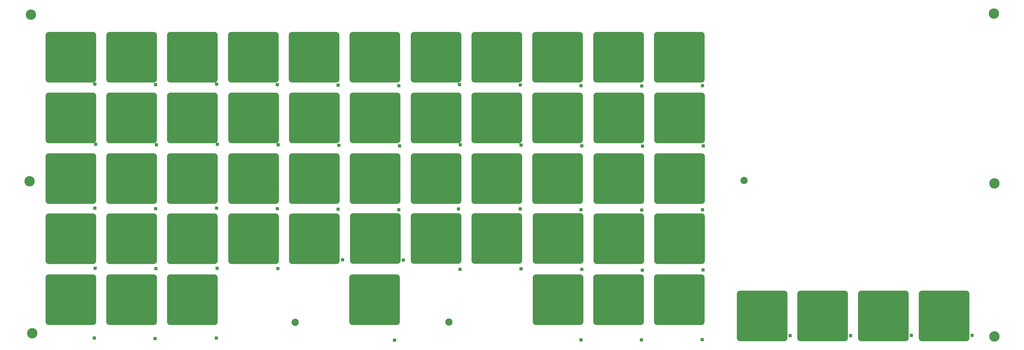
<source format=gbr>
G04 #@! TF.GenerationSoftware,KiCad,Pcbnew,(6.0.7)*
G04 #@! TF.CreationDate,2022-12-01T23:22:57-08:00*
G04 #@! TF.ProjectId,openot rev2,6f70656e-6f74-4207-9265-76322e6b6963,rev?*
G04 #@! TF.SameCoordinates,Original*
G04 #@! TF.FileFunction,Soldermask,Top*
G04 #@! TF.FilePolarity,Negative*
%FSLAX46Y46*%
G04 Gerber Fmt 4.6, Leading zero omitted, Abs format (unit mm)*
G04 Created by KiCad (PCBNEW (6.0.7)) date 2022-12-01 23:22:57*
%MOMM*%
%LPD*%
G01*
G04 APERTURE LIST*
G04 Aperture macros list*
%AMRoundRect*
0 Rectangle with rounded corners*
0 $1 Rounding radius*
0 $2 $3 $4 $5 $6 $7 $8 $9 X,Y pos of 4 corners*
0 Add a 4 corners polygon primitive as box body*
4,1,4,$2,$3,$4,$5,$6,$7,$8,$9,$2,$3,0*
0 Add four circle primitives for the rounded corners*
1,1,$1+$1,$2,$3*
1,1,$1+$1,$4,$5*
1,1,$1+$1,$6,$7*
1,1,$1+$1,$8,$9*
0 Add four rect primitives between the rounded corners*
20,1,$1+$1,$2,$3,$4,$5,0*
20,1,$1+$1,$4,$5,$6,$7,0*
20,1,$1+$1,$6,$7,$8,$9,0*
20,1,$1+$1,$8,$9,$2,$3,0*%
G04 Aperture macros list end*
%ADD10RoundRect,1.059000X6.992000X6.992000X-6.992000X6.992000X-6.992000X-6.992000X6.992000X-6.992000X0*%
%ADD11RoundRect,0.051000X0.425000X-0.425000X0.425000X0.425000X-0.425000X0.425000X-0.425000X-0.425000X0*%
%ADD12C,3.302000*%
%ADD13C,2.302000*%
G04 APERTURE END LIST*
D10*
X155053800Y-133693600D03*
X116288533Y-95022285D03*
X116268000Y-172200000D03*
X232396800Y-133693600D03*
X232574600Y-172200000D03*
X193793667Y-152756115D03*
X77710800Y-114389600D03*
X174357800Y-114389600D03*
X174180000Y-172200000D03*
X271081000Y-172200000D03*
X77680533Y-95022285D03*
X135749800Y-114389600D03*
X96964000Y-172200000D03*
X97014800Y-133693600D03*
X116318800Y-152794400D03*
X77710800Y-152794400D03*
X251827800Y-152794400D03*
X97014800Y-152794400D03*
X174489667Y-152756115D03*
X355205801Y-177330801D03*
X193758533Y-95022285D03*
X155023533Y-95022285D03*
X232396800Y-114389600D03*
X193788800Y-114389600D03*
X193788800Y-133693600D03*
X135719533Y-95022285D03*
X135749800Y-152794400D03*
X251827800Y-114389600D03*
X116318800Y-114389600D03*
X271131800Y-114389600D03*
X271101533Y-95022285D03*
X232366533Y-95022285D03*
X232528667Y-152756115D03*
X271131800Y-152794400D03*
X116318800Y-133693600D03*
X155053800Y-114389600D03*
X174327533Y-95022285D03*
X335901801Y-177330801D03*
X135749800Y-133693600D03*
X316597800Y-177330801D03*
X213097667Y-152756115D03*
X213062533Y-95022285D03*
X251777000Y-172200000D03*
X96984533Y-95022285D03*
X77660000Y-172200000D03*
X297370000Y-177330800D03*
X251827800Y-133693600D03*
X174357800Y-133693600D03*
X97014800Y-114389600D03*
X271131800Y-133693600D03*
X213092800Y-114389600D03*
X155053800Y-152794400D03*
X77710800Y-133693600D03*
X251797533Y-95022285D03*
X213092800Y-133693600D03*
D11*
X183400000Y-159572183D03*
X85437267Y-162190298D03*
X239869267Y-143561315D03*
X162623000Y-103964817D03*
X85564267Y-122769498D03*
X239813600Y-184990817D03*
X181957267Y-143561315D03*
X278604267Y-162698298D03*
X143349267Y-143216498D03*
X104868267Y-122896498D03*
X164020000Y-159500000D03*
X201393134Y-162496830D03*
X85310267Y-143089498D03*
X123888000Y-184392000D03*
X220535000Y-103874000D03*
X364095800Y-183539182D03*
X220819267Y-123023498D03*
X104457000Y-184519000D03*
X162653267Y-143434315D03*
X85153000Y-184392000D03*
X344791800Y-183539182D03*
X306260000Y-183630000D03*
X278447000Y-104128000D03*
X278731267Y-123277498D03*
X220565267Y-143343498D03*
X124172267Y-162190298D03*
X124015000Y-103620000D03*
X240123267Y-123241315D03*
X325487801Y-183629999D03*
X143603267Y-122896498D03*
X259143000Y-104218817D03*
X143319000Y-103747000D03*
X239839000Y-104091817D03*
X104614267Y-143216498D03*
X259300267Y-162789115D03*
X104584000Y-103747000D03*
X201231000Y-103747000D03*
X182211267Y-123241315D03*
X278477267Y-143597498D03*
X201515267Y-122896498D03*
X240128134Y-162496830D03*
X124045267Y-143089498D03*
X143476267Y-162317298D03*
X124299267Y-122769498D03*
X181927000Y-104091817D03*
X278320000Y-184900000D03*
X220824134Y-162369830D03*
X200900000Y-143322183D03*
X259016000Y-184990817D03*
X259427267Y-123368315D03*
X104741267Y-162317298D03*
X162907267Y-123114315D03*
X259173267Y-143688315D03*
X180580800Y-185029102D03*
X85280000Y-103620000D03*
D12*
X371053483Y-81170234D03*
D13*
X197857667Y-179339132D03*
D12*
X371256683Y-135221434D03*
X64577083Y-134510234D03*
X65034283Y-81475034D03*
D13*
X291650000Y-134250000D03*
D12*
X65389883Y-182871834D03*
D13*
X149013467Y-179364532D03*
D12*
X371205883Y-183887834D03*
G36*
X220594753Y-122309729D02*
G01*
X220594054Y-122311385D01*
X220542646Y-122355158D01*
X220522561Y-122421437D01*
X220541499Y-122488057D01*
X220593501Y-122533910D01*
X220645900Y-122545546D01*
X220647374Y-122546897D01*
X220646940Y-122548850D01*
X220645466Y-122549498D01*
X220394466Y-122549498D01*
X220375529Y-122553265D01*
X220359647Y-122563878D01*
X220350794Y-122577126D01*
X220349000Y-122578011D01*
X220347337Y-122576900D01*
X220347139Y-122576193D01*
X220341241Y-122510287D01*
X220298753Y-122455593D01*
X220233219Y-122432474D01*
X220217902Y-122432619D01*
X220212670Y-122432999D01*
X220210870Y-122432127D01*
X220210725Y-122430132D01*
X220212130Y-122429043D01*
X220393837Y-122392404D01*
X220584279Y-122313130D01*
X220591644Y-122308200D01*
X220593640Y-122308068D01*
X220594753Y-122309729D01*
G37*
G36*
X201597124Y-122057195D02*
G01*
X201596856Y-122058822D01*
X201596852Y-122058828D01*
X201596603Y-122059132D01*
X201453053Y-122202934D01*
X201453272Y-122203153D01*
X201453791Y-122205085D01*
X201453411Y-122205830D01*
X201419142Y-122248012D01*
X201411466Y-122316846D01*
X201442222Y-122378899D01*
X201501790Y-122414561D01*
X201532766Y-122418514D01*
X201534358Y-122419725D01*
X201534105Y-122421709D01*
X201532513Y-122422498D01*
X201090466Y-122422498D01*
X201071529Y-122426265D01*
X201055647Y-122436878D01*
X201045034Y-122452760D01*
X201041267Y-122471697D01*
X201041267Y-122555915D01*
X201040267Y-122557647D01*
X201038267Y-122557647D01*
X201037348Y-122556478D01*
X201017671Y-122489463D01*
X200965298Y-122444082D01*
X200905985Y-122433413D01*
X200904457Y-122432123D01*
X200904811Y-122430154D01*
X200905944Y-122429484D01*
X201089837Y-122392404D01*
X201280279Y-122313130D01*
X201451707Y-122198370D01*
X201593778Y-122056299D01*
X201595710Y-122055781D01*
X201597124Y-122057195D01*
G37*
G36*
X104823124Y-122057195D02*
G01*
X104822856Y-122058822D01*
X104822852Y-122058828D01*
X104822603Y-122059132D01*
X104679052Y-122202935D01*
X104679270Y-122203153D01*
X104679789Y-122205084D01*
X104679409Y-122205829D01*
X104645137Y-122248026D01*
X104637469Y-122316859D01*
X104668231Y-122378910D01*
X104727803Y-122414566D01*
X104758758Y-122418514D01*
X104760350Y-122419725D01*
X104760097Y-122421709D01*
X104758505Y-122422498D01*
X104443466Y-122422498D01*
X104424529Y-122426265D01*
X104408647Y-122436878D01*
X104398034Y-122452760D01*
X104394267Y-122471697D01*
X104394267Y-122531616D01*
X104393267Y-122533348D01*
X104391267Y-122533348D01*
X104390348Y-122532179D01*
X104370671Y-122465164D01*
X104318328Y-122419809D01*
X104249525Y-122409917D01*
X104243261Y-122411119D01*
X104241372Y-122410464D01*
X104240994Y-122408499D01*
X104242489Y-122407194D01*
X104315837Y-122392404D01*
X104506279Y-122313130D01*
X104677707Y-122198370D01*
X104819778Y-122056299D01*
X104821710Y-122055781D01*
X104823124Y-122057195D01*
G37*
G36*
X143558124Y-122057195D02*
G01*
X143557856Y-122058822D01*
X143557852Y-122058828D01*
X143557603Y-122059132D01*
X143414052Y-122202935D01*
X143414270Y-122203153D01*
X143414789Y-122205084D01*
X143414409Y-122205829D01*
X143380137Y-122248026D01*
X143372469Y-122316859D01*
X143403231Y-122378910D01*
X143462803Y-122414566D01*
X143493758Y-122418514D01*
X143495350Y-122419725D01*
X143495097Y-122421709D01*
X143493505Y-122422498D01*
X143178466Y-122422498D01*
X143159529Y-122426265D01*
X143143647Y-122436878D01*
X143133034Y-122452760D01*
X143129267Y-122471697D01*
X143129267Y-122531616D01*
X143128267Y-122533348D01*
X143126267Y-122533348D01*
X143125348Y-122532179D01*
X143105671Y-122465164D01*
X143053328Y-122419809D01*
X142984525Y-122409917D01*
X142978261Y-122411119D01*
X142976372Y-122410464D01*
X142975994Y-122408499D01*
X142977489Y-122407194D01*
X143050837Y-122392404D01*
X143241279Y-122313130D01*
X143412707Y-122198370D01*
X143554778Y-122056299D01*
X143556710Y-122055781D01*
X143558124Y-122057195D01*
G37*
G36*
X124127126Y-122057193D02*
G01*
X124126858Y-122058820D01*
X124126854Y-122058826D01*
X124126605Y-122059130D01*
X124104375Y-122081399D01*
X124071093Y-122142478D01*
X124076096Y-122211556D01*
X124117648Y-122266963D01*
X124182809Y-122291200D01*
X124191265Y-122291499D01*
X124192960Y-122292560D01*
X124192890Y-122294559D01*
X124191194Y-122295498D01*
X123874466Y-122295498D01*
X123855529Y-122299265D01*
X123839647Y-122309878D01*
X123829034Y-122325760D01*
X123825267Y-122344697D01*
X123825267Y-122499796D01*
X123824267Y-122501528D01*
X123822267Y-122501528D01*
X123821348Y-122500359D01*
X123801671Y-122433344D01*
X123749328Y-122387989D01*
X123680619Y-122378110D01*
X123663672Y-122383007D01*
X123663299Y-122382915D01*
X123638781Y-122388824D01*
X123636862Y-122388258D01*
X123636394Y-122386314D01*
X123637543Y-122385034D01*
X123810279Y-122313130D01*
X123981707Y-122198370D01*
X124123780Y-122056297D01*
X124125712Y-122055779D01*
X124127126Y-122057193D01*
G37*
G36*
X85519124Y-122057195D02*
G01*
X85518856Y-122058822D01*
X85518852Y-122058828D01*
X85518603Y-122059132D01*
X85496377Y-122081397D01*
X85463094Y-122142475D01*
X85468095Y-122211553D01*
X85509647Y-122266961D01*
X85574807Y-122291199D01*
X85583293Y-122291499D01*
X85584988Y-122292560D01*
X85584918Y-122294558D01*
X85583222Y-122295498D01*
X85235201Y-122295498D01*
X85233469Y-122294498D01*
X85233469Y-122292498D01*
X85234088Y-122291836D01*
X85373707Y-122198370D01*
X85515778Y-122056299D01*
X85517710Y-122055781D01*
X85519124Y-122057195D01*
G37*
G36*
X104277018Y-103027834D02*
G01*
X104277414Y-103029795D01*
X104276515Y-103030891D01*
X104224100Y-103061048D01*
X104192272Y-103122558D01*
X104198751Y-103191513D01*
X104241465Y-103245996D01*
X104313537Y-103269095D01*
X104314882Y-103270576D01*
X104314271Y-103272481D01*
X104312927Y-103273000D01*
X104159199Y-103273000D01*
X104140262Y-103276767D01*
X104129267Y-103284114D01*
X104127271Y-103284245D01*
X104126160Y-103282582D01*
X104126493Y-103281340D01*
X104135709Y-103267548D01*
X104135389Y-103267334D01*
X104134505Y-103265540D01*
X104134966Y-103264389D01*
X104153090Y-103242700D01*
X104161717Y-103173982D01*
X104131823Y-103111508D01*
X104072791Y-103075048D01*
X104041440Y-103071977D01*
X104039814Y-103070813D01*
X104040009Y-103068823D01*
X104041534Y-103067990D01*
X104083297Y-103065875D01*
X104275123Y-103027196D01*
X104277018Y-103027834D01*
G37*
G36*
X143012018Y-103027834D02*
G01*
X143012414Y-103029795D01*
X143011515Y-103030891D01*
X142959100Y-103061048D01*
X142927272Y-103122558D01*
X142933751Y-103191513D01*
X142976465Y-103245996D01*
X143048537Y-103269095D01*
X143049882Y-103270576D01*
X143049271Y-103272481D01*
X143047927Y-103273000D01*
X142894199Y-103273000D01*
X142875262Y-103276767D01*
X142864267Y-103284114D01*
X142862271Y-103284245D01*
X142861160Y-103282582D01*
X142861493Y-103281340D01*
X142870709Y-103267548D01*
X142870389Y-103267334D01*
X142869505Y-103265540D01*
X142869966Y-103264389D01*
X142888090Y-103242700D01*
X142896717Y-103173982D01*
X142866823Y-103111508D01*
X142807791Y-103075048D01*
X142776440Y-103071977D01*
X142774814Y-103070813D01*
X142775009Y-103068823D01*
X142776534Y-103067990D01*
X142818297Y-103065875D01*
X143010123Y-103027196D01*
X143012018Y-103027834D01*
G37*
G36*
X201051019Y-103027834D02*
G01*
X201051415Y-103029795D01*
X201050516Y-103030891D01*
X200998100Y-103061048D01*
X200966272Y-103122559D01*
X200972752Y-103191513D01*
X201015467Y-103245996D01*
X201087538Y-103269095D01*
X201088883Y-103270576D01*
X201088272Y-103272481D01*
X201086928Y-103273000D01*
X200806199Y-103273000D01*
X200787262Y-103276767D01*
X200776267Y-103284114D01*
X200774271Y-103284245D01*
X200773160Y-103282582D01*
X200773493Y-103281340D01*
X200783169Y-103266858D01*
X200803955Y-103200476D01*
X200785631Y-103133686D01*
X200734058Y-103087360D01*
X200680621Y-103075235D01*
X200679154Y-103073877D01*
X200679596Y-103071927D01*
X200681064Y-103071285D01*
X200750491Y-103071285D01*
X200857297Y-103065875D01*
X201049124Y-103027196D01*
X201051019Y-103027834D01*
G37*
G36*
X85272089Y-102882430D02*
G01*
X85271227Y-102884210D01*
X85222834Y-102917532D01*
X85178979Y-102971521D01*
X85171308Y-103040355D01*
X85202067Y-103102407D01*
X85261637Y-103138065D01*
X85292606Y-103142016D01*
X85294198Y-103143227D01*
X85293945Y-103145211D01*
X85292353Y-103146000D01*
X84855199Y-103146000D01*
X84836262Y-103149767D01*
X84820380Y-103160380D01*
X84809767Y-103176262D01*
X84806000Y-103195199D01*
X84806000Y-103197814D01*
X84805000Y-103199546D01*
X84803000Y-103199546D01*
X84802081Y-103198377D01*
X84782404Y-103131362D01*
X84730031Y-103085981D01*
X84672178Y-103075572D01*
X84670650Y-103074281D01*
X84670532Y-103073604D01*
X84670532Y-103073285D01*
X84671532Y-103071553D01*
X84672433Y-103071311D01*
X84672432Y-103071288D01*
X84779297Y-103065875D01*
X84981570Y-103025089D01*
X85172012Y-102945815D01*
X85268980Y-102880901D01*
X85270976Y-102880768D01*
X85272089Y-102882430D01*
G37*
G36*
X123880122Y-102882409D02*
G01*
X123879260Y-102884189D01*
X123830834Y-102917533D01*
X123786979Y-102971523D01*
X123779308Y-103040357D01*
X123810068Y-103102408D01*
X123869638Y-103138066D01*
X123900598Y-103142016D01*
X123902190Y-103143227D01*
X123901937Y-103145211D01*
X123900345Y-103146000D01*
X123590199Y-103146000D01*
X123571262Y-103149767D01*
X123555380Y-103160380D01*
X123544767Y-103176262D01*
X123540962Y-103195390D01*
X123539643Y-103196894D01*
X123539000Y-103197000D01*
X123536288Y-103197000D01*
X123534556Y-103196000D01*
X123534296Y-103195178D01*
X123529674Y-103143507D01*
X123487189Y-103088812D01*
X123421656Y-103065689D01*
X123407616Y-103065822D01*
X123405874Y-103064838D01*
X123405856Y-103062838D01*
X123407202Y-103061861D01*
X123589570Y-103025089D01*
X123780012Y-102945815D01*
X123877013Y-102880880D01*
X123879009Y-102880747D01*
X123880122Y-102882409D01*
G37*
M02*

</source>
